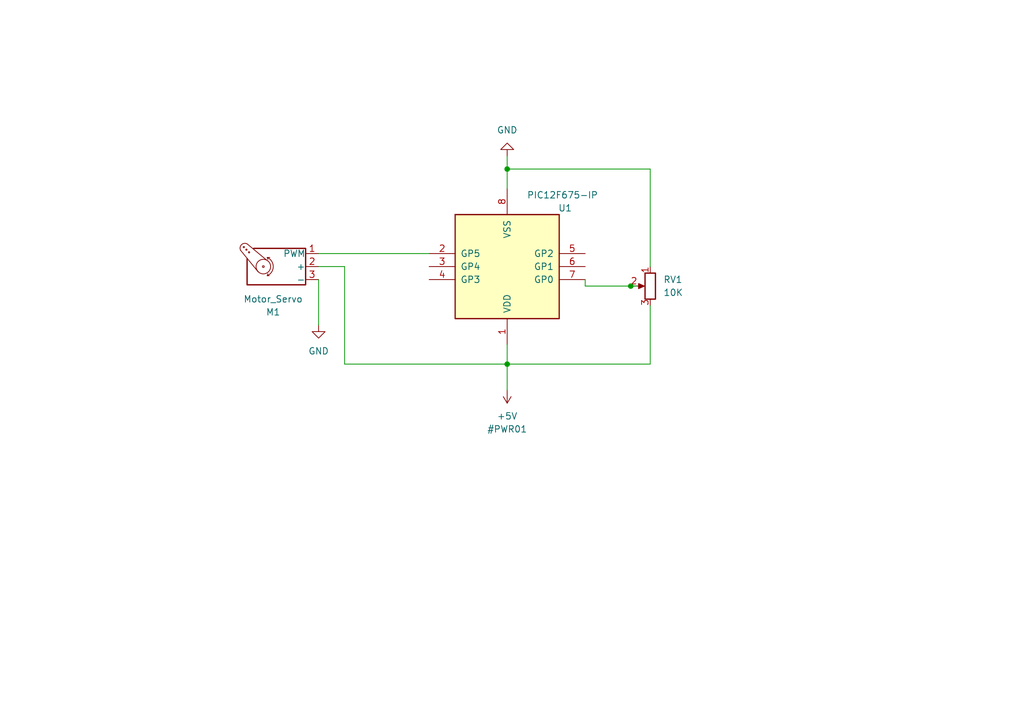
<source format=kicad_sch>
(kicad_sch (version 20230121) (generator eeschema)
  (paper "User" 200 140.005)
  (title_block (title "Basic Servo Controll with PIC12F675, ADC, Timer and Interrupt") (company "Ricardo Lima Caratti"))
  (lib_symbols
    (symbol "Device:R_Potentiometer" (pin_names (offset 1.016) hide)
      (property "Reference" "RV" (at -4.445 0 90))
      (property "Value" "R_Potentiometer" (at -2.54 0 90))
      (symbol "R_Potentiometer_0_1"
        (polyline (pts (xy 2.54 0) (xy 1.524 0)))
        (polyline (pts (xy 1.143 0) (xy 2.286 0.508) (xy 2.286 -0.508) (xy 1.143 0)) (fill (type outline)))
        (rectangle (start 1.016 2.54) (end -1.016 -2.54) (stroke (width 0.254)))
      )
      (symbol "R_Potentiometer_1_1"
        (pin passive line (at 0 3.81 270) (length 1.27) (name "1") (number "1"))
        (pin passive line (at 3.81 0 180) (length 1.27) (name "2") (number "2"))
        (pin passive line (at 0 -3.81 90) (length 1.27) (name "3") (number "3"))
      )
    )
    (symbol "MCU_Microchip_PIC12:PIC12F675-IP" (pin_names (offset 1.016))
      (property "Reference" "U" (at 1.27 13.97 0))
      (property "Value" "PIC12F675-IP" (at 1.27 11.43 0))
      (symbol "PIC12F675-IP_0_1"
        (rectangle (start 10.16 -10.16) (end -10.16 10.16) (stroke (width 0.254)) (fill (type background)))
      )
      (symbol "PIC12F675-IP_1_1"
        (pin power_in line (at 0 15.24 270) (length 5.08) (name "VDD") (number "1"))
        (pin bidirectional line (at 15.24 -2.54 180) (length 5.08) (name "GP5") (number "2"))
        (pin bidirectional line (at 15.24 0 180) (length 5.08) (name "GP4") (number "3"))
        (pin input line (at 15.24 2.54 180) (length 5.08) (name "GP3") (number "4"))
        (pin bidirectional line (at -15.24 -2.54 0) (length 5.08) (name "GP2") (number "5"))
        (pin bidirectional line (at -15.24 0 0) (length 5.08) (name "GP1") (number "6"))
        (pin bidirectional line (at -15.24 2.54 0) (length 5.08) (name "GP0") (number "7"))
        (pin power_in line (at 0 -15.24 90) (length 5.08) (name "VSS") (number "8"))
      )
    )
    (symbol "Motor:Motor_Servo" (pin_names (offset 0.0254))
      (property "Reference" "M" (at -5.08 4.445 0))
      (property "Value" "Motor_Servo" (at -5.08 -4.064 0))
      (symbol "Motor_Servo_0_1"
        (polyline (pts (xy 2.413 -1.778) (xy 2.032 -1.778)))
        (polyline (pts (xy 2.413 -1.778) (xy 2.286 -1.397)))
        (polyline (pts (xy 2.413 1.778) (xy 1.905 1.778)))
        (polyline (pts (xy 2.413 1.778) (xy 2.286 1.397)))
        (polyline (pts (xy 6.35 4.445) (xy 2.54 1.27)))
        (polyline (pts (xy 7.62 3.175) (xy 4.191 -1.016)))
        (polyline (pts (xy 5.08 3.556) (xy -5.08 3.556) (xy -5.08 -3.556) (xy 6.35 -3.556) (xy 6.35 1.524)) (stroke (width 0.254)))
        (arc (start 2.413 1.778) (mid 1.2406 0) (end 2.413 -1.778))
        (circle (center 3.175 0) (radius 0.1778))
        (circle (center 3.175 0) (radius 1.4224))
        (circle (center 5.969 2.794) (radius 0.127))
        (circle (center 6.477 3.302) (radius 0.127))
        (circle (center 6.985 3.81) (radius 0.127))
        (arc (start 7.62 3.175) (mid 7.4485 4.2735) (end 6.35 4.445))
      )
      (symbol "Motor_Servo_1_1"
        (pin passive line (at -7.62 2.54 0) (length 2.54) (name "PWM") (number "1"))
        (pin passive line (at -7.62 0 0) (length 2.54) (name "+") (number "2"))
        (pin passive line (at -7.62 -2.54 0) (length 2.54) (name "-") (number "3"))
      )
    )
    (symbol "power:+5V" (power) (pin_names (offset 0))
      (property "Value" "+5V" (at 0 3.556 0))
      (symbol "+5V_0_1"
        (polyline (pts (xy -0.762 1.27) (xy 0 2.54)))
        (polyline (pts (xy 0 0) (xy 0 2.54)))
        (polyline (pts (xy 0 2.54) (xy 0.762 1.27)))
      )
      (symbol "+5V_1_1"
        (pin power_in line (at 0 0 90) (length 0) hide (name "+5V") (number "1"))
      )
    )
    (symbol "power:GND" (power) (pin_names (offset 0))
      (property "Value" "GND" (at 0 -3.81 0))
      (symbol "GND_0_1"
        (polyline (pts (xy 0 0) (xy 0 -1.27) (xy 1.27 -1.27) (xy 0 -2.54) (xy -1.27 -1.27) (xy 0 -1.27)))
      )
      (symbol "GND_1_1"
        (pin power_in line (at 0 0 270) (length 0) hide (name "GND") (number "1"))
      )
    )
  )
  (junction (at 123.19 55.88))
  (junction (at 99.06 71.12))
  (junction (at 99.06 33.02))
  (wire (pts (xy 114.3 55.88) (xy 123.19 55.88)))
  (wire (pts (xy 67.31 71.12) (xy 99.06 71.12)))
  (wire (pts (xy 62.23 52.07) (xy 67.31 52.07)))
  (wire (pts (xy 99.06 67.31) (xy 99.06 71.12)))
  (wire (pts (xy 99.06 71.12) (xy 99.06 76.2)))
  (wire (pts (xy 114.3 54.61) (xy 114.3 55.88)))
  (wire (pts (xy 67.31 52.07) (xy 67.31 71.12)))
  (wire (pts (xy 99.06 30.48) (xy 99.06 33.02)))
  (wire (pts (xy 62.23 54.61) (xy 62.23 63.5)))
  (wire (pts (xy 62.23 49.53) (xy 83.82 49.53)))
  (wire (pts (xy 127 52.07) (xy 127 33.02)))
  (wire (pts (xy 123.19 55.88) (xy 124.46 55.88)))
  (wire (pts (xy 127 59.69) (xy 127 71.12)))
  (wire (pts (xy 99.06 33.02) (xy 99.06 36.83)))
  (wire (pts (xy 127 33.02) (xy 99.06 33.02)))
  (wire (pts (xy 127 71.12) (xy 99.06 71.12)))
  (symbol (lib_id "power:GND") (at 62.23 63.5 0) (unit 1)
    (property "Reference" "#PWR03" (effects hide))
    (property "Value" "GND" (at 62.23 68.58 0))
  )
  (symbol (lib_id "MCU_Microchip_PIC12:PIC12F675-IP") (at 99.06 52.07 180) (unit 1)
    (property "Reference" "U1" (at 111.76 40.64 0) (effects (justify left)))
    (property "Value" "PIC12F675-IP" (at 116.84 38.1 0) (effects (justify left)))
    (property "Footprint" "Package_DIP:DIP-8_W7.62mm" (effects hide))
    (property "Datasheet" "http://ww1.microchip.com/downloads/en/DeviceDoc/41190G.pdf" (effects hide))
  )
  (symbol (lib_id "Motor:Motor_Servo") (at 54.61 52.07 0) (mirror y) (unit 1)
    (property "Reference" "M1" (at 53.3511 60.96 0))
    (property "Value" "Motor_Servo" (at 53.3511 58.42 0))
    (property "Datasheet" "http://forums.parallax.com/uploads/attachments/46831/74481.png" (effects hide))
  )
  (symbol (lib_id "power:GND") (at 99.06 30.48 180) (unit 1)
    (property "Reference" "#PWR02" (effects hide))
    (property "Value" "GND" (at 99.06 25.4 0))
  )
  (symbol (lib_id "Device:R_Potentiometer") (at 127 55.88 0) (mirror y) (unit 1)
    (property "Reference" "RV1" (at 129.54 54.61 0) (effects (justify right)))
    (property "Value" "10K" (at 129.54 57.15 0) (effects (justify right)))
  )
  (symbol (lib_id "power:+5V") (at 99.06 76.2 180) (unit 1)
    (property "Reference" "#PWR01" (at 99.06 83.82 0))
    (property "Value" "+5V" (at 99.06 81.28 0))
  )
)
</source>
